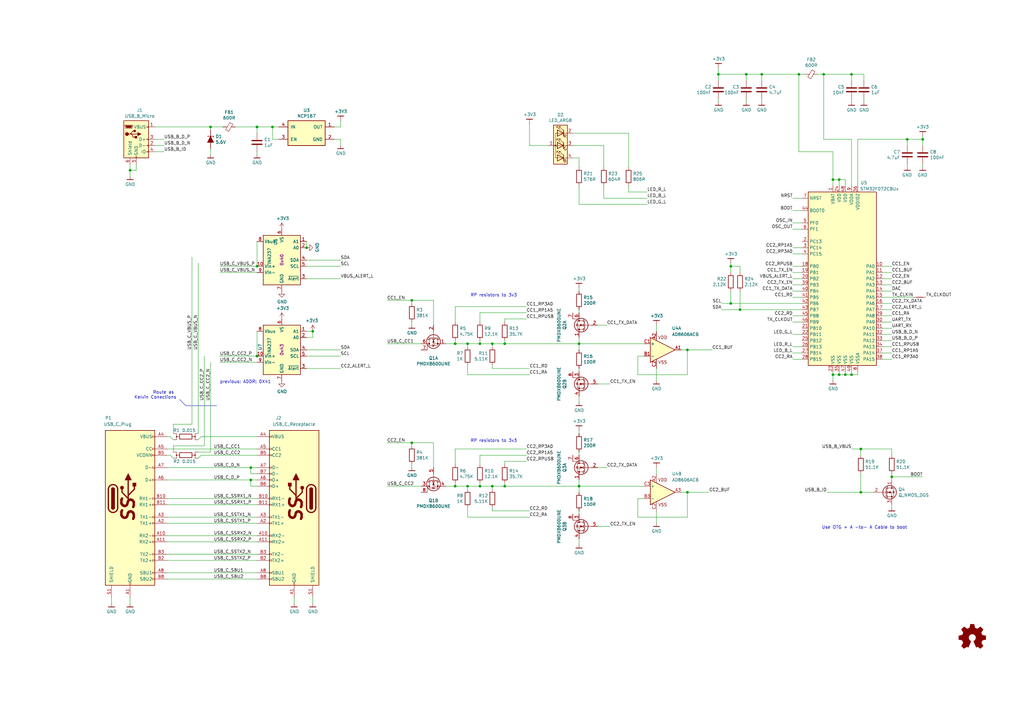
<source format=kicad_sch>
(kicad_sch (version 20230121) (generator eeschema)
  (paper "A3")
  (title_block (title "ClockClock Module") (date "2019-03-23") (rev "r0_1") (company "GsD"))
  (junction (at 168.91 123.19))
  (junction (at 303.53 127))
  (junction (at 201.93 140.97))
  (junction (at 349.25 30.48))
  (junction (at 237.49 140.97))
  (junction (at 341.63 73.66))
  (junction (at 53.34 69.85))
  (junction (at 281.94 143.51))
  (junction (at 306.07 30.48))
  (junction (at 327.66 30.48))
  (junction (at 168.91 181.61))
  (junction (at 201.93 199.39))
  (junction (at 341.63 153.67))
  (junction (at 102.87 196.85))
  (junction (at 344.17 73.66))
  (junction (at 299.72 124.46))
  (junction (at 372.11 57.15))
  (junction (at 281.94 201.93))
  (junction (at 346.71 153.67))
  (junction (at 337.82 30.48))
  (junction (at 111.76 52.07))
  (junction (at 353.06 184.15))
  (junction (at 353.06 201.93))
  (junction (at 312.42 30.48))
  (junction (at 102.87 191.77))
  (junction (at 365.76 195.58))
  (junction (at 128.27 135.89))
  (junction (at 196.85 199.39))
  (junction (at 349.25 153.67))
  (junction (at 344.17 153.67))
  (junction (at 105.41 146.05))
  (junction (at 378.46 57.15))
  (junction (at 299.72 109.22))
  (junction (at 207.01 199.39))
  (junction (at 125.73 101.6))
  (junction (at 86.36 52.07))
  (junction (at 191.77 199.39))
  (junction (at 237.49 199.39))
  (junction (at 105.41 109.22))
  (junction (at 196.85 140.97))
  (junction (at 186.69 199.39))
  (junction (at 294.64 30.48))
  (junction (at 207.01 140.97))
  (junction (at 105.41 52.07))
  (junction (at 191.77 140.97))
  (junction (at 186.69 140.97))
  (wire (pts (xy 351.79 57.15) (xy 351.79 76.2)))
  (wire (pts (xy 279.4 201.93) (xy 281.94 201.93)))
  (wire (pts (xy 201.93 149.86) (xy 201.93 151.13)))
  (wire (pts (xy 125.73 101.6) (xy 125.73 99.06)))
  (wire (pts (xy 125.73 151.13) (xy 139.7 151.13)))
  (wire (pts (xy 344.17 153.67) (xy 341.63 153.67)))
  (wire (pts (xy 71.12 182.88) (xy 71.12 185.42)))
  (wire (pts (xy 69.85 186.69) (xy 71.12 187.96)))
  (wire (pts (xy 201.93 151.13) (xy 217.17 151.13)))
  (wire (pts (xy 237.49 162.56) (xy 237.49 165.1)))
  (wire (pts (xy 168.91 133.35) (xy 168.91 132.08)))
  (wire (pts (xy 69.85 186.69) (xy 68.58 186.69)))
  (wire (pts (xy 196.85 140.97) (xy 201.93 140.97)))
  (wire (pts (xy 299.72 124.46) (xy 295.91 124.46)))
  (wire (pts (xy 186.69 184.15) (xy 215.9 184.15)))
  (wire (pts (xy 168.91 123.19) (xy 158.75 123.19)))
  (wire (pts (xy 168.91 123.19) (xy 177.8 123.19)))
  (wire (pts (xy 328.93 142.24) (xy 325.12 142.24)))
  (wire (pts (xy 191.77 149.86) (xy 191.77 153.67)))
  (polyline (pts (xy 76.2 166.37) (xy 88.9 166.37)))
  (wire (pts (xy 68.58 227.33) (xy 105.41 227.33)))
  (wire (pts (xy 191.77 212.09) (xy 217.17 212.09)))
  (wire (pts (xy 257.81 54.61) (xy 257.81 68.58)))
  (wire (pts (xy 306.07 40.64) (xy 306.07 41.91)))
  (wire (pts (xy 341.63 152.4) (xy 341.63 153.67)))
  (wire (pts (xy 346.71 153.67) (xy 344.17 153.67)))
  (wire (pts (xy 68.58 234.95) (xy 105.41 234.95)))
  (wire (pts (xy 245.11 215.9) (xy 250.19 215.9)))
  (wire (pts (xy 96.52 52.07) (xy 105.41 52.07)))
  (wire (pts (xy 299.72 111.76) (xy 299.72 109.22)))
  (wire (pts (xy 353.06 184.15) (xy 349.25 184.15)))
  (wire (pts (xy 281.94 143.51) (xy 292.1 143.51)))
  (wire (pts (xy 328.93 86.36) (xy 325.12 86.36)))
  (wire (pts (xy 125.73 143.51) (xy 139.7 143.51)))
  (wire (pts (xy 105.41 135.89) (xy 105.41 146.05)))
  (wire (pts (xy 186.69 125.73) (xy 215.9 125.73)))
  (wire (pts (xy 372.11 67.31) (xy 372.11 68.58)))
  (wire (pts (xy 328.93 127) (xy 303.53 127)))
  (wire (pts (xy 68.58 207.01) (xy 105.41 207.01)))
  (wire (pts (xy 207.01 132.08) (xy 207.01 130.81)))
  (wire (pts (xy 55.88 69.85) (xy 53.34 69.85)))
  (wire (pts (xy 328.93 121.92) (xy 325.12 121.92)))
  (wire (pts (xy 361.95 144.78) (xy 365.76 144.78)))
  (wire (pts (xy 281.94 212.09) (xy 281.94 201.93)))
  (wire (pts (xy 71.12 177.8) (xy 71.12 173.99)))
  (wire (pts (xy 237.49 143.51) (xy 237.49 140.97)))
  (wire (pts (xy 128.27 138.43) (xy 128.27 135.89)))
  (wire (pts (xy 128.27 245.11) (xy 128.27 247.65)))
  (wire (pts (xy 237.49 76.2) (xy 237.49 83.82)))
  (wire (pts (xy 328.93 91.44) (xy 325.12 91.44)))
  (wire (pts (xy 312.42 30.48) (xy 306.07 30.48)))
  (wire (pts (xy 207.01 130.81) (xy 215.9 130.81)))
  (wire (pts (xy 328.93 114.3) (xy 325.12 114.3)))
  (wire (pts (xy 281.94 153.67) (xy 281.94 143.51)))
  (wire (pts (xy 361.95 137.16) (xy 365.76 137.16)))
  (wire (pts (xy 186.69 190.5) (xy 186.69 184.15)))
  (wire (pts (xy 53.34 67.31) (xy 53.34 69.85)))
  (wire (pts (xy 237.49 220.98) (xy 237.49 223.52)))
  (wire (pts (xy 344.17 76.2) (xy 344.17 73.66)))
  (wire (pts (xy 294.64 30.48) (xy 294.64 27.94)))
  (wire (pts (xy 344.17 152.4) (xy 344.17 153.67)))
  (wire (pts (xy 337.82 30.48) (xy 335.28 30.48)))
  (wire (pts (xy 191.77 208.28) (xy 191.77 212.09)))
  (wire (pts (xy 168.91 182.88) (xy 168.91 181.61)))
  (wire (pts (xy 63.5 59.69) (xy 67.31 59.69)))
  (wire (pts (xy 237.49 199.39) (xy 237.49 196.85)))
  (wire (pts (xy 68.58 204.47) (xy 105.41 204.47)))
  (wire (pts (xy 207.01 190.5) (xy 207.01 189.23)))
  (wire (pts (xy 196.85 199.39) (xy 201.93 199.39)))
  (wire (pts (xy 349.25 30.48) (xy 337.82 30.48)))
  (wire (pts (xy 86.36 53.34) (xy 86.36 52.07)))
  (wire (pts (xy 182.88 199.39) (xy 186.69 199.39)))
  (wire (pts (xy 177.8 123.19) (xy 177.8 133.35)))
  (wire (pts (xy 269.24 194.31) (xy 269.24 191.77)))
  (wire (pts (xy 82.55 179.07) (xy 81.28 180.34)))
  (wire (pts (xy 365.76 196.85) (xy 365.76 195.58)))
  (wire (pts (xy 168.91 191.77) (xy 168.91 190.5)))
  (wire (pts (xy 81.28 177.8) (xy 81.28 107.95)))
  (wire (pts (xy 207.01 140.97) (xy 237.49 140.97)))
  (wire (pts (xy 217.17 59.69) (xy 217.17 50.8)))
  (wire (pts (xy 245.11 157.48) (xy 250.19 157.48)))
  (wire (pts (xy 261.62 153.67) (xy 281.94 153.67)))
  (wire (pts (xy 114.3 57.15) (xy 111.76 57.15)))
  (wire (pts (xy 68.58 184.15) (xy 105.41 184.15)))
  (wire (pts (xy 69.85 179.07) (xy 71.12 180.34)))
  (wire (pts (xy 120.65 245.11) (xy 120.65 247.65)))
  (wire (pts (xy 234.95 54.61) (xy 257.81 54.61)))
  (wire (pts (xy 361.95 132.08) (xy 365.76 132.08)))
  (wire (pts (xy 312.42 33.02) (xy 312.42 30.48)))
  (wire (pts (xy 68.58 191.77) (xy 102.87 191.77)))
  (wire (pts (xy 81.28 187.96) (xy 82.55 186.69)))
  (wire (pts (xy 349.25 153.67) (xy 346.71 153.67)))
  (wire (pts (xy 191.77 200.66) (xy 191.77 199.39)))
  (wire (pts (xy 328.93 93.98) (xy 325.12 93.98)))
  (wire (pts (xy 328.93 101.6) (xy 325.12 101.6)))
  (wire (pts (xy 294.64 33.02) (xy 294.64 30.48)))
  (wire (pts (xy 346.71 152.4) (xy 346.71 153.67)))
  (wire (pts (xy 257.81 76.2) (xy 257.81 78.74)))
  (wire (pts (xy 351.79 152.4) (xy 351.79 153.67)))
  (wire (pts (xy 361.95 139.7) (xy 365.76 139.7)))
  (wire (pts (xy 207.01 139.7) (xy 207.01 140.97)))
  (wire (pts (xy 294.64 40.64) (xy 294.64 41.91)))
  (wire (pts (xy 63.5 62.23) (xy 67.31 62.23)))
  (wire (pts (xy 207.01 189.23) (xy 215.9 189.23)))
  (wire (pts (xy 365.76 195.58) (xy 365.76 194.31)))
  (wire (pts (xy 337.82 57.15) (xy 337.82 30.48)))
  (wire (pts (xy 186.69 199.39) (xy 191.77 199.39)))
  (wire (pts (xy 349.25 33.02) (xy 349.25 30.48)))
  (wire (pts (xy 111.76 52.07) (xy 105.41 52.07)))
  (wire (pts (xy 68.58 222.25) (xy 105.41 222.25)))
  (wire (pts (xy 303.53 127) (xy 295.91 127)))
  (wire (pts (xy 186.69 132.08) (xy 186.69 125.73)))
  (wire (pts (xy 90.17 146.05) (xy 105.41 146.05)))
  (wire (pts (xy 264.16 204.47) (xy 261.62 204.47)))
  (wire (pts (xy 86.36 52.07) (xy 63.5 52.07)))
  (wire (pts (xy 237.49 176.53) (xy 237.49 177.8)))
  (wire (pts (xy 186.69 198.12) (xy 186.69 199.39)))
  (polyline (pts (xy 73.66 163.83) (xy 76.2 166.37)))
  (wire (pts (xy 68.58 229.87) (xy 105.41 229.87)))
  (wire (pts (xy 186.69 140.97) (xy 191.77 140.97)))
  (wire (pts (xy 237.49 210.82) (xy 237.49 209.55)))
  (wire (pts (xy 328.93 119.38) (xy 325.12 119.38)))
  (wire (pts (xy 90.17 148.59) (xy 105.41 148.59)))
  (wire (pts (xy 341.63 76.2) (xy 341.63 73.66)))
  (wire (pts (xy 353.06 201.93) (xy 339.09 201.93)))
  (wire (pts (xy 86.36 148.59) (xy 86.36 185.42)))
  (wire (pts (xy 114.3 52.07) (xy 111.76 52.07)))
  (wire (pts (xy 105.41 199.39) (xy 102.87 199.39)))
  (wire (pts (xy 245.11 191.77) (xy 248.92 191.77)))
  (wire (pts (xy 354.33 40.64) (xy 354.33 41.91)))
  (wire (pts (xy 191.77 199.39) (xy 196.85 199.39)))
  (wire (pts (xy 105.41 62.23) (xy 105.41 63.5)))
  (wire (pts (xy 105.41 194.31) (xy 102.87 194.31)))
  (wire (pts (xy 365.76 208.28) (xy 365.76 207.01)))
  (wire (pts (xy 78.74 173.99) (xy 78.74 105.41)))
  (wire (pts (xy 201.93 199.39) (xy 207.01 199.39)))
  (wire (pts (xy 365.76 184.15) (xy 365.76 186.69)))
  (wire (pts (xy 168.91 124.46) (xy 168.91 123.19)))
  (wire (pts (xy 68.58 196.85) (xy 102.87 196.85)))
  (wire (pts (xy 139.7 52.07) (xy 139.7 49.53)))
  (wire (pts (xy 245.11 133.35) (xy 248.92 133.35)))
  (wire (pts (xy 68.58 219.71) (xy 105.41 219.71)))
  (wire (pts (xy 247.65 76.2) (xy 247.65 81.28)))
  (wire (pts (xy 341.63 153.67) (xy 341.63 156.21)))
  (wire (pts (xy 128.27 135.89) (xy 125.73 135.89)))
  (wire (pts (xy 201.93 208.28) (xy 201.93 209.55)))
  (wire (pts (xy 341.63 73.66) (xy 341.63 62.23)))
  (wire (pts (xy 125.73 106.68) (xy 139.7 106.68)))
  (wire (pts (xy 63.5 57.15) (xy 67.31 57.15)))
  (wire (pts (xy 328.93 124.46) (xy 299.72 124.46)))
  (wire (pts (xy 361.95 114.3) (xy 365.76 114.3)))
  (wire (pts (xy 341.63 62.23) (xy 327.66 62.23)))
  (wire (pts (xy 237.49 127) (xy 237.49 128.27)))
  (wire (pts (xy 312.42 40.64) (xy 312.42 41.91)))
  (wire (pts (xy 234.95 64.77) (xy 237.49 64.77)))
  (wire (pts (xy 68.58 214.63) (xy 105.41 214.63)))
  (wire (pts (xy 328.93 137.16) (xy 325.12 137.16)))
  (wire (pts (xy 344.17 73.66) (xy 341.63 73.66)))
  (wire (pts (xy 354.33 30.48) (xy 349.25 30.48)))
  (wire (pts (xy 237.49 152.4) (xy 237.49 151.13)))
  (wire (pts (xy 137.16 52.07) (xy 139.7 52.07)))
  (wire (pts (xy 168.91 181.61) (xy 158.75 181.61)))
  (wire (pts (xy 361.95 142.24) (xy 365.76 142.24)))
  (wire (pts (xy 207.01 199.39) (xy 237.49 199.39)))
  (wire (pts (xy 328.93 129.54) (xy 325.12 129.54)))
  (wire (pts (xy 328.93 116.84) (xy 325.12 116.84)))
  (wire (pts (xy 349.25 152.4) (xy 349.25 153.67)))
  (wire (pts (xy 237.49 83.82) (xy 265.43 83.82)))
  (wire (pts (xy 90.17 111.76) (xy 105.41 111.76)))
  (wire (pts (xy 105.41 54.61) (xy 105.41 52.07)))
  (wire (pts (xy 237.49 185.42) (xy 237.49 186.69)))
  (wire (pts (xy 269.24 151.13) (xy 269.24 156.21)))
  (wire (pts (xy 303.53 109.22) (xy 299.72 109.22)))
  (wire (pts (xy 361.95 111.76) (xy 365.76 111.76)))
  (wire (pts (xy 261.62 212.09) (xy 281.94 212.09)))
  (wire (pts (xy 349.25 40.64) (xy 349.25 41.91)))
  (wire (pts (xy 361.95 127) (xy 365.76 127)))
  (wire (pts (xy 247.65 81.28) (xy 265.43 81.28)))
  (wire (pts (xy 69.85 179.07) (xy 68.58 179.07)))
  (wire (pts (xy 128.27 138.43) (xy 125.73 138.43)))
  (wire (pts (xy 86.36 60.96) (xy 86.36 63.5)))
  (wire (pts (xy 55.88 67.31) (xy 55.88 69.85)))
  (wire (pts (xy 361.95 116.84) (xy 365.76 116.84)))
  (wire (pts (xy 237.49 140.97) (xy 237.49 138.43)))
  (wire (pts (xy 125.73 114.3) (xy 139.7 114.3)))
  (wire (pts (xy 361.95 121.92) (xy 374.65 121.92)))
  (wire (pts (xy 353.06 186.69) (xy 353.06 184.15)))
  (wire (pts (xy 306.07 30.48) (xy 294.64 30.48)))
  (wire (pts (xy 177.8 181.61) (xy 177.8 191.77)))
  (wire (pts (xy 105.41 179.07) (xy 82.55 179.07)))
  (wire (pts (xy 261.62 146.05) (xy 261.62 153.67)))
  (wire (pts (xy 328.93 109.22) (xy 325.12 109.22)))
  (wire (pts (xy 201.93 209.55) (xy 217.17 209.55)))
  (wire (pts (xy 372.11 57.15) (xy 351.79 57.15)))
  (wire (pts (xy 261.62 204.47) (xy 261.62 212.09)))
  (wire (pts (xy 191.77 153.67) (xy 217.17 153.67)))
  (wire (pts (xy 372.11 59.69) (xy 372.11 57.15)))
  (wire (pts (xy 299.72 109.22) (xy 299.72 107.95)))
  (wire (pts (xy 257.81 78.74) (xy 265.43 78.74)))
  (wire (pts (xy 346.71 73.66) (xy 344.17 73.66)))
  (wire (pts (xy 224.79 59.69) (xy 217.17 59.69)))
  (wire (pts (xy 237.49 140.97) (xy 264.16 140.97)))
  (wire (pts (xy 83.82 146.05) (xy 83.82 182.88)))
  (wire (pts (xy 186.69 139.7) (xy 186.69 140.97)))
  (wire (pts (xy 201.93 200.66) (xy 201.93 199.39)))
  (wire (pts (xy 102.87 196.85) (xy 105.41 196.85)))
  (wire (pts (xy 327.66 30.48) (xy 330.2 30.48)))
  (wire (pts (xy 349.25 76.2) (xy 349.25 57.15)))
  (wire (pts (xy 207.01 198.12) (xy 207.01 199.39)))
  (wire (pts (xy 137.16 57.15) (xy 139.7 57.15)))
  (wire (pts (xy 353.06 184.15) (xy 365.76 184.15)))
  (wire (pts (xy 269.24 209.55) (xy 269.24 214.63)))
  (wire (pts (xy 247.65 59.69) (xy 247.65 68.58)))
  (wire (pts (xy 81.28 185.42) (xy 86.36 185.42)))
  (wire (pts (xy 281.94 201.93) (xy 290.83 201.93)))
  (wire (pts (xy 328.93 104.14) (xy 325.12 104.14)))
  (wire (pts (xy 361.95 134.62) (xy 365.76 134.62)))
  (wire (pts (xy 361.95 129.54) (xy 365.76 129.54)))
  (wire (pts (xy 191.77 140.97) (xy 196.85 140.97)))
  (wire (pts (xy 201.93 142.24) (xy 201.93 140.97)))
  (wire (pts (xy 172.72 140.97) (xy 158.75 140.97)))
  (wire (pts (xy 303.53 111.76) (xy 303.53 109.22)))
  (wire (pts (xy 196.85 198.12) (xy 196.85 199.39)))
  (wire (pts (xy 328.93 147.32) (xy 325.12 147.32)))
  (wire (pts (xy 168.91 181.61) (xy 177.8 181.61)))
  (wire (pts (xy 125.73 109.22) (xy 139.7 109.22)))
  (wire (pts (xy 328.93 81.28) (xy 325.12 81.28)))
  (wire (pts (xy 182.88 140.97) (xy 186.69 140.97)))
  (wire (pts (xy 105.41 99.06) (xy 105.41 109.22)))
  (wire (pts (xy 365.76 195.58) (xy 378.46 195.58)))
  (wire (pts (xy 378.46 67.31) (xy 378.46 68.58)))
  (wire (pts (xy 361.95 109.22) (xy 365.76 109.22)))
  (wire (pts (xy 82.55 186.69) (xy 105.41 186.69)))
  (wire (pts (xy 68.58 237.49) (xy 105.41 237.49)))
  (wire (pts (xy 102.87 191.77) (xy 105.41 191.77)))
  (wire (pts (xy 191.77 142.24) (xy 191.77 140.97)))
  (wire (pts (xy 351.79 153.67) (xy 349.25 153.67)))
  (wire (pts (xy 361.95 147.32) (xy 365.76 147.32)))
  (wire (pts (xy 306.07 33.02) (xy 306.07 30.48)))
  (wire (pts (xy 361.95 124.46) (xy 365.76 124.46)))
  (wire (pts (xy 71.12 182.88) (xy 83.82 182.88)))
  (wire (pts (xy 68.58 212.09) (xy 105.41 212.09)))
  (wire (pts (xy 111.76 57.15) (xy 111.76 52.07)))
  (wire (pts (xy 358.14 201.93) (xy 353.06 201.93)))
  (wire (pts (xy 327.66 62.23) (xy 327.66 30.48)))
  (wire (pts (xy 91.44 52.07) (xy 86.36 52.07)))
  (wire (pts (xy 269.24 135.89) (xy 269.24 133.35)))
  (wire (pts (xy 196.85 139.7) (xy 196.85 140.97)))
  (wire (pts (xy 53.34 69.85) (xy 53.34 72.39)))
  (wire (pts (xy 349.25 57.15) (xy 337.82 57.15)))
  (wire (pts (xy 312.42 30.48) (xy 327.66 30.48)))
  (wire (pts (xy 102.87 194.31) (xy 102.87 191.77)))
  (wire (pts (xy 125.73 146.05) (xy 139.7 146.05)))
  (wire (pts (xy 303.53 119.38) (xy 303.53 127)))
  (wire (pts (xy 90.17 109.22) (xy 105.41 109.22)))
  (wire (pts (xy 328.93 111.76) (xy 325.12 111.76)))
  (wire (pts (xy 102.87 199.39) (xy 102.87 196.85)))
  (wire (pts (xy 71.12 173.99) (xy 78.74 173.99)))
  (wire (pts (xy 196.85 128.27) (xy 215.9 128.27)))
  (wire (pts (xy 237.49 201.93) (xy 237.49 199.39)))
  (wire (pts (xy 196.85 190.5) (xy 196.85 186.69)))
  (wire (pts (xy 139.7 57.15) (xy 139.7 59.69)))
  (wire (pts (xy 299.72 119.38) (xy 299.72 124.46)))
  (wire (pts (xy 378.46 59.69) (xy 378.46 57.15)))
  (wire (pts (xy 346.71 76.2) (xy 346.71 73.66)))
  (wire (pts (xy 234.95 59.69) (xy 247.65 59.69)))
  (wire (pts (xy 279.4 143.51) (xy 281.94 143.51)))
  (wire (pts (xy 237.49 64.77) (xy 237.49 68.58)))
  (wire (pts (xy 172.72 199.39) (xy 158.75 199.39)))
  (wire (pts (xy 196.85 186.69) (xy 215.9 186.69)))
  (wire (pts (xy 361.95 119.38) (xy 365.76 119.38)))
  (wire (pts (xy 372.11 57.15) (xy 378.46 57.15)))
  (wire (pts (xy 264.16 146.05) (xy 261.62 146.05)))
  (wire (pts (xy 53.34 245.11) (xy 53.34 247.65)))
  (wire (pts (xy 354.33 33.02) (xy 354.33 30.48)))
  (wire (pts (xy 328.93 132.08) (xy 325.12 132.08)))
  (wire (pts (xy 328.93 144.78) (xy 325.12 144.78)))
  (wire (pts (xy 237.49 118.11) (xy 237.49 119.38)))
  (wire (pts (xy 201.93 140.97) (xy 207.01 140.97)))
  (wire (pts (xy 196.85 132.08) (xy 196.85 128.27)))
  (wire (pts (xy 45.72 245.11) (xy 45.72 247.65)))
  (wire (pts (xy 353.06 194.31) (xy 353.06 201.93)))
  (wire (pts (xy 237.49 199.39) (xy 264.16 199.39)))
  (wire (pts (xy 378.46 57.15) (xy 378.46 55.88)))
  (text "RP resistors to 3v3" (at 212.09 121.92 0) (effects (font (size 1.27 1.27)) (justify right bottom)))
  (text "Route as \nKelvin Conections" (at 72.39 163.83 0) (effects (font (size 1.27 1.27)) (justify right bottom)))
  (text "Use OTG + A -to- A Cable to boot" (at 372.11 217.17 0) (effects (font (size 1.27 1.27)) (justify right bottom)))
  (text "previous: ADDR: 0X41\n" (at 90.17 157.48 0) (effects (font (size 1.27 1.27)) (justify left bottom)))
  (text "RP resistors to 3v3" (at 212.09 181.61 0) (effects (font (size 1.27 1.27)) (justify right bottom)))
  (label "USB_B_ID" (at 67.31 62.23 0))
  (label "USB_C_SSRX2_P" (at 87.63 222.25 0))
  (label "CC2_BUF" (at 365.76 116.84 0))
  (label "USB_C_CC2_P" (at 90.17 146.05 0))
  (label "CC1_TX_EN" (at 250.19 157.48 0))
  (label "LED_R_L" (at 265.43 78.74 0))
  (label "CC1_RP1A5" (at 215.9 128.27 0))
  (label "USB_C_VBUS_N" (at 81.28 143.51 90))
  (label "CC1_RD" (at 217.17 151.13 0))
  (label "USB_C_VBUS_P" (at 90.17 109.22 0))
  (label "CC1_RPUSB" (at 365.76 142.24 0))
  (label "USB_B_D_P" (at 365.76 139.7 0))
  (label "BOOT" (at 378.46 195.58 180))
  (label "USB_C_CC1" (at 158.75 140.97 0))
  (label "CC1_BUF" (at 365.76 111.76 0))
  (label "USB_C_SSTX2_N" (at 87.63 227.33 0))
  (label "UART_TX" (at 365.76 132.08 0))
  (label "USB_C_SBU2" (at 87.63 237.49 0))
  (label "USB_C_CC2" (at 87.63 186.69 0))
  (label "CC2_EN" (at 365.76 114.3 0))
  (label "CC2_RPUSB" (at 215.9 189.23 0))
  (label "CC2_ALERT_L" (at 139.7 151.13 0))
  (label "CC1_RP3A0" (at 215.9 125.73 0))
  (label "SCL" (at 295.91 124.46 180))
  (label "USB_C_D_N" (at 87.63 191.77 0))
  (label "CC2_RD" (at 325.12 129.54 180))
  (label "VBUS_ALERT_L" (at 325.12 114.3 180))
  (label "CC2_EN" (at 158.75 181.61 0))
  (label "CC1_EN" (at 365.76 109.22 0))
  (label "OSC_OUT" (at 325.12 93.98 180))
  (label "CC1_TX_DATA" (at 325.12 119.38 180))
  (label "DAC" (at 365.76 119.38 0))
  (label "USB_B_VBUS" (at 349.25 184.15 180))
  (label "TX_CLKIN" (at 365.76 121.92 0))
  (label "CC1_TX_EN" (at 325.12 111.76 180))
  (label "USB_C_CC2_N" (at 86.36 151.13 270))
  (label "BOOT" (at 325.12 86.36 180))
  (label "USB_B_D_N" (at 67.31 59.69 0))
  (label "CC2_TX_EN" (at 325.12 116.84 180))
  (label "CC2_TX_DATA" (at 248.92 191.77 0))
  (label "CC1_EN" (at 158.75 123.19 0))
  (label "USB_C_VBUS_P" (at 78.74 143.51 90))
  (label "USB_C_SSRX2_N" (at 87.63 219.71 0))
  (label "CC2_RPUSB" (at 325.12 109.22 180))
  (label "SCL" (at 139.7 146.05 0))
  (label "LED_G_L" (at 265.43 83.82 0))
  (label "USB_C_SSRX1_N" (at 87.63 204.47 0))
  (label "SDA" (at 139.7 143.51 0))
  (label "USB_C_SSTX1_N" (at 87.63 212.09 0))
  (label "USB_C_CC1" (at 87.63 184.15 0))
  (label "CC2_RP1A5" (at 325.12 101.6 180))
  (label "CC2_RD" (at 217.17 209.55 0))
  (label "LED_G_L" (at 325.12 137.16 180))
  (label "USB_B_ID" (at 339.09 201.93 180))
  (label "UART_RX" (at 365.76 134.62 0))
  (label "OSC_IN" (at 325.12 91.44 180))
  (label "CC2_RA" (at 217.17 212.09 0))
  (label "LED_B_L" (at 265.43 81.28 0))
  (label "CC2_RA" (at 325.12 147.32 180))
  (label "CC2_TX_DATA" (at 365.76 124.46 0))
  (label "USB_C_CC2_N" (at 90.17 148.59 0))
  (label "TX_CLKOUT" (at 379.73 121.92 0))
  (label "CC1_RA" (at 217.17 153.67 0))
  (label "CC1_RA" (at 365.76 129.54 0))
  (label "USB_C_D_P" (at 87.63 196.85 0))
  (label "VBUS_ALERT_L" (at 139.7 114.3 0))
  (label "LED_R_L" (at 325.12 142.24 180))
  (label "USB_B_D_N" (at 365.76 137.16 0))
  (label "USB_C_SSTX2_P" (at 87.63 229.87 0))
  (label "CC1_TX_DATA" (at 248.92 133.35 0))
  (label "USB_C_SSTX1_P" (at 87.63 214.63 0))
  (label "SDA" (at 295.91 127 180))
  (label "TX_CLKOUT" (at 325.12 132.08 180))
  (label "CC1_RD" (at 325.12 121.92 180))
  (label "USB_C_SSRX1_P" (at 87.63 207.01 0))
  (label "CC2_TX_EN" (at 250.19 215.9 0))
  (label "CC2_RP3A0" (at 215.9 184.15 0))
  (label "CC1_BUF" (at 292.1 143.51 0))
  (label "LED_B_L" (at 325.12 144.78 180))
  (label "CC2_RP1A5" (at 215.9 186.69 0))
  (label "SCL" (at 139.7 109.22 0))
  (label "USB_C_SBU1" (at 87.63 234.95 0))
  (label "CC2_BUF" (at 290.83 201.93 0))
  (label "USB_C_VBUS_N" (at 90.17 111.76 0))
  (label "USB_B_D_P" (at 67.31 57.15 0))
  (label "CC2_ALERT_L" (at 365.76 127 0))
  (label "USB_C_CC2_P" (at 83.82 151.13 270))
  (label "CC1_RP1A5" (at 365.76 144.78 0))
  (label "NRST" (at 325.12 81.28 180))
  (label "USB_C_CC2" (at 158.75 199.39 0))
  (label "CC2_RP3A0" (at 325.12 104.14 180))
  (label "SDA" (at 139.7 106.68 0))
  (label "CC1_RPUSB" (at 215.9 130.81 0))
  (label "CC1_RP3A0" (at 365.76 147.32 0))
  (symbol (lib_id "FreshTwinkie-rescue:USB_C_Plug-Connector") (at 53.34 204.47 0) (unit 1)
    (property "Reference" "P1" (at 44.45 171.45 0))
    (property "Value" "USB_C_Plug" (at 48.26 173.99 0))
    (property "Footprint" "Connector_USB:USB_C_Plug_Molex_105444" (effects hide))
    (property "Datasheet" "https://www.usb.org/sites/default/files/documents/usb_type-c.zip" (effects hide))
    (property "Mfg" "Wurth Electronics Inc." (effects hide))
    (property "PN" "632712000021" (effects hide))
  )
  (symbol (lib_id "FreshTwinkie-rescue:USB_C_Receptacle-Connector") (at 120.65 204.47 0) (mirror y) (unit 1)
    (property "Reference" "J2" (at 113.03 171.45 0) (effects (justify right)))
    (property "Value" "USB_C_Receptacle" (at 111.76 173.99 0) (effects (justify right)))
    (property "Footprint" "Connector_USB:USB_C_Receptacle_Amphenol_12401610E4-2A" (effects hide))
    (property "Datasheet" "https://www.usb.org/sites/default/files/documents/usb_type-c.zip" (effects hide))
    (property "PN" "12401610E4#2A" (effects hide))
    (property "Mfg" "Amphenol ICC (Commercial Products)" (effects hide))
  )
  (symbol (lib_id "FreshTwinkie-rescue:AD8606ACB-gkl_misc") (at 271.78 143.51 0) (unit 1)
    (property "Reference" "U4" (at 275.59 134.62 0) (effects (justify left)))
    (property "Value" "AD8606ACB" (at 275.59 137.16 0) (effects (justify left)))
    (property "Footprint" "gkl_housings_bga:WLCSP-8 3X3_0.5" (effects hide))
    (property "Datasheet" "https://www.analog.com/media/en/technical-documentation/data-sheets/AD8605_8606_8608.pdf" (effects hide))
    (property "PN" "AD8606ACBZ-REEL7" (effects hide))
    (property "Mfg" "Analog Devices Inc." (effects hide))
  )
  (symbol (lib_id "FreshTwinkie-rescue:AD8606ACB-gkl_misc") (at 271.78 201.93 0) (unit 2)
    (property "Reference" "U4" (at 275.59 194.31 0) (effects (justify left)))
    (property "Value" "AD8606ACB" (at 275.59 196.85 0) (effects (justify left)))
    (property "Footprint" "gkl_housings_bga:WLCSP-8 3X3_0.5" (effects hide))
    (property "Datasheet" "https://www.analog.com/media/en/technical-documentation/data-sheets/AD8605_8606_8608.pdf" (effects hide))
    (property "PN" "AD8606ACBZ-REEL7" (effects hide))
    (property "Mfg" "Analog Devices Inc." (effects hide))
  )
  (symbol (lib_id "FreshTwinkie-rescue:PMDXB600UNE-gkl_mosfet") (at 177.8 138.43 90) (mirror x) (unit 1)
    (property "Reference" "Q1" (at 177.8 146.8882 90))
    (property "Value" "PMDXB600UNE" (at 177.8 149.1996 90))
    (property "Footprint" "gkl_housings_qfn:DFN1010B-6 (SOT1216)" (effects hide))
    (property "Datasheet" "https://assets.nexperia.com/documents/data-sheet/PMDXB600UNE.pdf" (effects hide))
    (property "PN" "PMDXB600UNEZ" (effects hide))
    (property "Mfg" "Nexperia USA Inc." (effects hide))
  )
  (symbol (lib_id "FreshTwinkie-rescue:PMDXB600UNE-gkl_mosfet") (at 177.8 196.85 90) (mirror x) (unit 2)
    (property "Reference" "Q1" (at 177.8 205.3082 90))
    (property "Value" "PMDXB600UNE" (at 177.8 207.6196 90))
    (property "Footprint" "gkl_housings_qfn:DFN1010B-6 (SOT1216)" (effects hide))
    (property "Datasheet" "https://assets.nexperia.com/documents/data-sheet/PMDXB600UNE.pdf" (effects hide))
    (property "PN" "PMDXB600UNEZ" (effects hide))
    (property "Mfg" "Nexperia USA Inc." (effects hide))
  )
  (symbol (lib_id "FreshTwinkie-rescue:GND-gkl_power") (at 45.72 247.65 0) (unit 1)
    (property "Reference" "#PWR0101" (effects hide))
    (property "Value" "GND" (at 45.7962 250.8504 0))
  )
  (symbol (lib_id "FreshTwinkie-rescue:GND-gkl_power") (at 53.34 247.65 0) (unit 1)
    (property "Reference" "#PWR0102" (effects hide))
    (property "Value" "GND" (at 53.4162 250.8504 0))
  )
  (symbol (lib_id "FreshTwinkie-rescue:GND-gkl_power") (at 120.65 247.65 0) (unit 1)
    (property "Reference" "#PWR0103" (effects hide))
    (property "Value" "GND" (at 120.7262 250.8504 0))
  )
  (symbol (lib_id "FreshTwinkie-rescue:GND-gkl_power") (at 128.27 247.65 0) (unit 1)
    (property "Reference" "#PWR0104" (effects hide))
    (property "Value" "GND" (at 128.3462 250.8504 0))
  )
  (symbol (lib_id "FreshTwinkie-rescue:4W_R-gkl_misc") (at 76.2 186.69 90) (mirror x) (unit 1)
    (property "Reference" "R2" (at 72.39 189.23 90))
    (property "Value" "0.015" (at 77.47 189.23 90))
    (property "Footprint" "gkl_dipol:4W_R_1206" (effects hide))
    (property "Mfg" "Vishay Dale" (effects hide))
    (property "PN" "WSK1206R0150FEA18" (effects hide))
  )
  (symbol (lib_id "FreshTwinkie-rescue:4W_R-gkl_misc") (at 76.2 179.07 270) (unit 1)
    (property "Reference" "R1" (at 72.39 176.53 90))
    (property "Value" "0.015" (at 77.47 176.53 90))
    (property "Footprint" "gkl_dipol:4W_R_1206" (effects hide))
    (property "Mfg" "Vishay Dale" (effects hide))
    (property "PN" "WSK1206R0150FEA18" (effects hide))
  )
  (symbol (lib_id "Device:R") (at 168.91 128.27 0) (unit 1)
    (property "Reference" "R3" (at 170.688 127.1016 0) (effects (justify left)))
    (property "Value" "381K" (at 170.688 129.413 0) (effects (justify left)))
    (property "Footprint" "gkl_dipol:R_0201" (effects hide))
    (property "PN" "RC0201FR-07383KL" (effects hide))
    (property "Mfg" "Yageo" (effects hide))
  )
  (symbol (lib_id "FreshTwinkie-rescue:GND-gkl_power") (at 168.91 133.35 0) (unit 1)
    (property "Reference" "#PWR0105" (effects hide))
    (property "Value" "GND" (at 168.9862 136.5504 0))
  )
  (symbol (lib_id "Device:R") (at 186.69 135.89 0) (unit 1)
    (property "Reference" "R5" (at 188.468 134.7216 0) (effects (justify left)))
    (property "Value" "4.75K" (at 188.468 137.033 0) (effects (justify left)))
    (property "Footprint" "gkl_dipol:R_0201" (effects hide))
    (property "PN" "RC0201FR-074K75L" (effects hide))
    (property "Mfg" "Yageo" (effects hide))
  )
  (symbol (lib_id "Device:R") (at 196.85 135.89 0) (unit 1)
    (property "Reference" "R9" (at 198.628 134.7216 0) (effects (justify left)))
    (property "Value" "12.1K" (at 198.628 137.033 0) (effects (justify left)))
    (property "Footprint" "gkl_dipol:R_0201" (effects hide))
    (property "PN" "RC0201FR-0712K1L" (effects hide))
    (property "Mfg" "Yageo" (effects hide))
  )
  (symbol (lib_id "Device:R") (at 207.01 135.89 0) (unit 1)
    (property "Reference" "R13" (at 208.788 134.7216 0) (effects (justify left)))
    (property "Value" "35.7K" (at 208.788 137.033 0) (effects (justify left)))
    (property "Footprint" "gkl_dipol:R_0201" (effects hide))
    (property "PN" "RC0201FR-0735K7L" (effects hide))
    (property "Mfg" "Yageo" (effects hide))
  )
  (symbol (lib_id "Device:R") (at 191.77 146.05 0) (mirror x) (unit 1)
    (property "Reference" "R7" (at 189.992 144.8816 0) (effects (justify right)))
    (property "Value" "1K" (at 189.992 147.193 0) (effects (justify right)))
    (property "Footprint" "gkl_dipol:R_0201" (effects hide))
    (property "PN" "RC0201FR-071KL" (effects hide))
    (property "Mfg" "Yageo" (effects hide))
  )
  (symbol (lib_id "Device:R") (at 201.93 146.05 0) (mirror x) (unit 1)
    (property "Reference" "R11" (at 200.1774 144.8816 0) (effects (justify right)))
    (property "Value" "5.11K" (at 200.1774 147.193 0) (effects (justify right)))
    (property "Footprint" "gkl_dipol:R_0201" (effects hide))
    (property "PN" "RC0201FR-075K11L" (effects hide))
    (property "Mfg" "Yageo" (effects hide))
  )
  (symbol (lib_id "Device:R") (at 237.49 147.32 0) (unit 1)
    (property "Reference" "R16" (at 239.268 146.1516 0) (effects (justify left)))
    (property "Value" "100R" (at 239.268 148.463 0) (effects (justify left)))
    (property "Footprint" "gkl_dipol:R_0201" (effects hide))
    (property "PN" "RC0201FR-07100RL" (effects hide))
    (property "Mfg" "Yageo" (effects hide))
  )
  (symbol (lib_id "Device:R") (at 237.49 123.19 0) (unit 1)
    (property "Reference" "R15" (at 239.268 122.0216 0) (effects (justify left)))
    (property "Value" "200R" (at 239.268 124.333 0) (effects (justify left)))
    (property "Footprint" "gkl_dipol:R_0201" (effects hide))
    (property "PN" "RC0201FR-07200RL" (effects hide))
    (property "Mfg" "Yageo" (effects hide))
  )
  (symbol (lib_id "FreshTwinkie-rescue:+3V3-gkl_power") (at 237.49 118.11 0) (unit 1)
    (property "Reference" "#PWR0106" (effects hide))
    (property "Value" "+3V3" (at 237.5662 114.2746 0))
  )
  (symbol (lib_id "FreshTwinkie-rescue:GND-gkl_power") (at 237.49 165.1 0) (unit 1)
    (property "Reference" "#PWR0107" (effects hide))
    (property "Value" "GND" (at 237.5662 168.3004 0))
  )
  (symbol (lib_id "FreshTwinkie-rescue:GND-gkl_power") (at 269.24 214.63 0) (unit 1)
    (property "Reference" "#PWR0124" (effects hide))
    (property "Value" "GND" (at 269.3162 217.8304 0))
  )
  (symbol (lib_id "FreshTwinkie-rescue:GND-gkl_power") (at 269.24 156.21 0) (unit 1)
    (property "Reference" "#PWR0125" (effects hide))
    (property "Value" "GND" (at 269.3162 159.4104 0))
  )
  (symbol (lib_id "FreshTwinkie-rescue:+3V3-gkl_power") (at 269.24 133.35 0) (unit 1)
    (property "Reference" "#PWR0126" (effects hide))
    (property "Value" "+3V3" (at 269.3162 129.5146 0))
  )
  (symbol (lib_id "FreshTwinkie-rescue:+3V3-gkl_power") (at 269.24 191.77 0) (unit 1)
    (property "Reference" "#PWR0127" (effects hide))
    (property "Value" "+3V3" (at 269.3162 187.9346 0))
  )
  (symbol (lib_id "Device:R") (at 168.91 186.69 0) (unit 1)
    (property "Reference" "R4" (at 170.688 185.5216 0) (effects (justify left)))
    (property "Value" "381K" (at 170.688 187.833 0) (effects (justify left)))
    (property "Footprint" "gkl_dipol:R_0201" (effects hide))
    (property "PN" "RC0201FR-07383KL" (effects hide))
    (property "Mfg" "Yageo" (effects hide))
  )
  (symbol (lib_id "FreshTwinkie-rescue:GND-gkl_power") (at 168.91 191.77 0) (unit 1)
    (property "Reference" "#PWR0108" (effects hide))
    (property "Value" "GND" (at 168.9862 194.9704 0))
  )
  (symbol (lib_id "Device:R") (at 186.69 194.31 0) (unit 1)
    (property "Reference" "R6" (at 188.468 193.1416 0) (effects (justify left)))
    (property "Value" "4.75K" (at 188.468 195.453 0) (effects (justify left)))
    (property "Footprint" "gkl_dipol:R_0201" (effects hide))
    (property "PN" "RC0201FR-074K75L" (effects hide))
    (property "Mfg" "Yageo" (effects hide))
  )
  (symbol (lib_id "Device:R") (at 196.85 194.31 0) (unit 1)
    (property "Reference" "R10" (at 198.628 193.1416 0) (effects (justify left)))
    (property "Value" "12.1K" (at 198.628 195.453 0) (effects (justify left)))
    (property "Footprint" "gkl_dipol:R_0201" (effects hide))
    (property "PN" "RC0201FR-0712K1L" (effects hide))
    (property "Mfg" "Yageo" (effects hide))
  )
  (symbol (lib_id "Device:R") (at 191.77 204.47 0) (mirror x) (unit 1)
    (property "Reference" "R8" (at 189.992 203.3016 0) (effects (justify right)))
    (property "Value" "1K" (at 189.992 205.613 0) (effects (justify right)))
    (property "Footprint" "gkl_dipol:R_0201" (effects hide))
    (property "PN" "RC0201FR-071KL" (effects hide))
    (property "Mfg" "Yageo" (effects hide))
  )
  (symbol (lib_id "Device:R") (at 201.93 204.47 0) (mirror x) (unit 1)
    (property "Reference" "R12" (at 200.1774 203.3016 0) (effects (justify right)))
    (property "Value" "5.11K" (at 200.1774 205.613 0) (effects (justify right)))
    (property "Footprint" "gkl_dipol:R_0201" (effects hide))
    (property "PN" "RC0201FR-075K11L" (effects hide))
    (property "Mfg" "Yageo" (effects hide))
  )
  (symbol (lib_id "Device:R") (at 207.01 194.31 0) (unit 1)
    (property "Reference" "R14" (at 208.788 193.1416 0) (effects (justify left)))
    (property "Value" "35.7K" (at 208.788 195.453 0) (effects (justify left)))
    (property "Footprint" "gkl_dipol:R_0201" (effects hide))
    (property "PN" "RC0201FR-0735K7L" (effects hide))
    (property "Mfg" "Yageo" (effects hide))
  )
  (symbol (lib_id "Device:R") (at 237.49 205.74 0) (unit 1)
    (property "Reference" "R18" (at 239.268 204.5716 0) (effects (justify left)))
    (property "Value" "100R" (at 239.268 206.883 0) (effects (justify left)))
    (property "Footprint" "gkl_dipol:R_0201" (effects hide))
    (property "PN" "RC0201FR-07100RL" (effects hide))
    (property "Mfg" "Yageo" (effects hide))
  )
  (symbol (lib_id "Device:R") (at 237.49 181.61 0) (unit 1)
    (property "Reference" "R17" (at 239.268 180.4416 0) (effects (justify left)))
    (property "Value" "200R" (at 239.268 182.753 0) (effects (justify left)))
    (property "Footprint" "gkl_dipol:R_0201" (effects hide))
    (property "PN" "RC0201FR-07200RL" (effects hide))
    (property "Mfg" "Yageo" (effects hide))
  )
  (symbol (lib_id "FreshTwinkie-rescue:+3V3-gkl_power") (at 237.49 176.53 0) (unit 1)
    (property "Reference" "#PWR0109" (effects hide))
    (property "Value" "+3V3" (at 237.5662 172.6946 0))
  )
  (symbol (lib_id "FreshTwinkie-rescue:GND-gkl_power") (at 237.49 223.52 0) (unit 1)
    (property "Reference" "#PWR0110" (effects hide))
    (property "Value" "GND" (at 237.5662 226.7204 0))
  )
  (symbol (lib_id "Graphic:Logo_Open_Hardware_Small") (at 398.78 261.62 0) (unit 1)
    (property "Reference" "#LOGO1" (effects hide))
    (property "Value" "Logo_Open_Hardware_Small" (effects hide))
  )
  (symbol (lib_id "FreshTwinkie-rescue:STM32F072CBUx-MCU_ST_STM32F0") (at 346.71 114.3 0) (unit 1)
    (property "Reference" "U5" (at 354.33 74.93 0))
    (property "Value" "STM32F072CBUx" (at 360.68 77.47 0))
    (property "Footprint" "Package_DFN_QFN:QFN-48-1EP_7x7mm_P0.5mm_EP5.6x5.6mm" (effects hide))
    (property "Datasheet" "http://www.st.com/st-web-ui/static/active/en/resource/technical/document/datasheet/DM00090510.pdf" (effects hide))
    (property "Mfg" "STMicroelectronics" (effects hide))
    (property "PN" "STM32F072CBU6" (effects hide))
  )
  (symbol (lib_id "Device:LED_ARGB") (at 229.87 59.69 0) (mirror y) (unit 1)
    (property "Reference" "D2" (at 229.87 47.0662 0))
    (property "Value" "LED_ARGB" (at 229.87 49.3776 0))
    (property "Footprint" "gkl_led:0404LED_RGB" (effects hide))
  )
  (symbol (lib_id "FreshTwinkie-rescue:GND-gkl_power") (at 341.63 156.21 0) (unit 1)
    (property "Reference" "#PWR0111" (effects hide))
    (property "Value" "GND" (at 341.7062 159.4104 0))
  )
  (symbol (lib_id "FreshTwinkie-rescue:+3V3-gkl_power") (at 217.17 50.8 0) (unit 1)
    (property "Reference" "#PWR0129" (effects hide))
    (property "Value" "+3V3" (at 217.2462 46.9646 0))
  )
  (symbol (lib_id "Device:R") (at 237.49 72.39 0) (unit 1)
    (property "Reference" "R21" (at 239.268 71.2216 0) (effects (justify left)))
    (property "Value" "576R" (at 239.268 73.533 0) (effects (justify left)))
    (property "Footprint" "gkl_dipol:R_0201" (effects hide))
    (property "PN" "RC0201FR-07576RL" (effects hide))
    (property "Mfg" "Yageo" (effects hide))
  )
  (symbol (lib_id "Device:R") (at 247.65 72.39 0) (unit 1)
    (property "Reference" "R23" (at 249.428 71.2216 0) (effects (justify left)))
    (property "Value" "604R" (at 249.428 73.533 0) (effects (justify left)))
    (property "Footprint" "gkl_dipol:R_0201" (effects hide))
    (property "PN" "RC0201FR-07604RL" (effects hide))
    (property "Mfg" "Yageo" (effects hide))
  )
  (symbol (lib_id "Device:R") (at 257.81 72.39 0) (unit 1)
    (property "Reference" "R25" (at 259.588 71.2216 0) (effects (justify left)))
    (property "Value" "806R" (at 259.588 73.533 0) (effects (justify left)))
    (property "Footprint" "gkl_dipol:R_0201" (effects hide))
    (property "PN" "RC0201FR-07806RL" (effects hide))
    (property "Mfg" "Yageo" (effects hide))
  )
  (symbol (lib_id "FreshTwinkie-rescue:NCP167-gkl_pmic") (at 125.73 54.61 0) (unit 1)
    (property "Reference" "U3" (at 125.73 45.2628 0))
    (property "Value" "NCP167" (at 125.73 47.5742 0))
    (property "Footprint" "gkl_housings_son:X2SON_4_1.0x1.0mm" (effects hide))
    (property "Mfg" "ON Semiconductor" (effects hide))
    (property "PN" "NCP167BMX330TBG" (effects hide))
  )
  (symbol (lib_id "FreshTwinkie-rescue:GND-gkl_power") (at 53.34 72.39 0) (unit 1)
    (property "Reference" "#PWR0128" (effects hide))
    (property "Value" "GND" (at 53.4162 75.5904 0))
  )
  (symbol (lib_id "FreshTwinkie-rescue:Net-Tie_2-Device") (at 377.19 121.92 0) (unit 1)
    (property "Reference" "NT1" (effects hide))
    (property "Value" "Net-Tie_2" (effects hide))
    (property "Footprint" "NetTie:NetTie-2_SMD_Pad0.5mm" (effects hide))
  )
  (symbol (lib_id "Device:Q_NMOS_DGS") (at 363.22 201.93 0) (unit 1)
    (property "Reference" "Q4" (at 368.4524 200.7616 0) (effects (justify left)))
    (property "Value" "Q_NMOS_DGS" (at 368.4524 203.073 0) (effects (justify left)))
    (property "Footprint" "gkl_housings_qfn:MOSFET_1.0x0.6mm" (effects hide))
    (property "Mfg" "Texas Instruments" (effects hide))
    (property "PN" "CSD13381F4" (effects hide))
  )
  (symbol (lib_id "FreshTwinkie-rescue:GND-gkl_power") (at 365.76 208.28 0) (unit 1)
    (property "Reference" "#PWR0112" (effects hide))
    (property "Value" "GND" (at 365.8362 211.4804 0))
  )
  (symbol (lib_id "Device:R") (at 353.06 190.5 0) (unit 1)
    (property "Reference" "R19" (at 354.838 189.3316 0) (effects (justify left)))
    (property "Value" "51.1K" (at 354.838 191.643 0) (effects (justify left)))
    (property "Footprint" "gkl_dipol:R_0201" (effects hide))
    (property "PN" "RC0201FR-0751k1L" (effects hide))
    (property "Mfg" "Yageo" (effects hide))
  )
  (symbol (lib_id "Device:R") (at 365.76 190.5 0) (unit 1)
    (property "Reference" "R20" (at 367.538 189.3316 0) (effects (justify left)))
    (property "Value" "51.1K" (at 367.538 191.643 0) (effects (justify left)))
    (property "Footprint" "gkl_dipol:R_0201" (effects hide))
    (property "PN" "RC0201FR-0751k1L" (effects hide))
    (property "Mfg" "Yageo" (effects hide))
  )
  (symbol (lib_id "FreshTwinkie-rescue:PMDXB600UNE-gkl_mosfet") (at 240.03 215.9 0) (mirror y) (unit 2)
    (property "Reference" "Q3" (at 231.5718 215.9 90))
    (property "Value" "PMDXB600UNE" (at 229.2604 215.9 90))
    (property "Footprint" "gkl_housings_qfn:DFN1010B-6 (SOT1216)" (effects hide))
    (property "Datasheet" "https://assets.nexperia.com/documents/data-sheet/PMDXB600UNE.pdf" (effects hide))
    (property "PN" "PMDXB600UNEZ" (effects hide))
    (property "Mfg" "Nexperia USA Inc." (effects hide))
  )
  (symbol (lib_id "FreshTwinkie-rescue:PMDXB600UNE-gkl_mosfet") (at 240.03 191.77 0) (mirror y) (unit 1)
    (property "Reference" "Q3" (at 231.5718 191.77 90))
    (property "Value" "PMDXB600UNE" (at 229.2604 191.77 90))
    (property "Footprint" "gkl_housings_qfn:DFN1010B-6 (SOT1216)" (effects hide))
    (property "Datasheet" "https://assets.nexperia.com/documents/data-sheet/PMDXB600UNE.pdf" (effects hide))
    (property "PN" "PMDXB600UNEZ" (effects hide))
    (property "Mfg" "Nexperia USA Inc." (effects hide))
  )
  (symbol (lib_id "FreshTwinkie-rescue:PMDXB600UNE-gkl_mosfet") (at 240.03 133.35 0) (mirror y) (unit 1)
    (property "Reference" "Q2" (at 231.5718 133.35 90))
    (property "Value" "PMDXB600UNE" (at 229.2604 133.35 90))
    (property "Footprint" "gkl_housings_qfn:DFN1010B-6 (SOT1216)" (effects hide))
    (property "Datasheet" "https://assets.nexperia.com/documents/data-sheet/PMDXB600UNE.pdf" (effects hide))
    (property "PN" "PMDXB600UNEZ" (effects hide))
    (property "Mfg" "Nexperia USA Inc." (effects hide))
  )
  (symbol (lib_id "FreshTwinkie-rescue:PMDXB600UNE-gkl_mosfet") (at 240.03 157.48 0) (mirror y) (unit 2)
    (property "Reference" "Q2" (at 231.5718 157.48 90))
    (property "Value" "PMDXB600UNE" (at 229.2604 157.48 90))
    (property "Footprint" "gkl_housings_qfn:DFN1010B-6 (SOT1216)" (effects hide))
    (property "Datasheet" "https://assets.nexperia.com/documents/data-sheet/PMDXB600UNE.pdf" (effects hide))
    (property "PN" "PMDXB600UNEZ" (effects hide))
    (property "Mfg" "Nexperia USA Inc." (effects hide))
  )
  (symbol (lib_id "FreshTwinkie-rescue:USB_B_Micro-Connector") (at 55.88 57.15 0) (unit 1)
    (property "Reference" "J1" (at 57.3278 45.2882 0))
    (property "Value" "USB_B_Micro" (at 57.3278 47.5996 0))
    (property "Footprint" "Connector_USB:USB_Micro-B_GCT_USB3076-30-A" (effects hide))
    (property "Mfg" "GCT" (effects hide))
    (property "PN" "USB3076-30-A" (effects hide))
  )
  (symbol (lib_id "FreshTwinkie-rescue:D_Zener_ALT-Device") (at 86.36 57.15 270) (unit 1)
    (property "Reference" "D1" (at 88.3666 55.9816 90) (effects (justify left)))
    (property "Value" "5.6V" (at 88.3666 58.293 90) (effects (justify left)))
    (property "Footprint" "Diode_SMD:D_0402_1005Metric" (effects hide))
  )
  (symbol (lib_id "FreshTwinkie-rescue:Ferrite_Bead_Small-Device") (at 93.98 52.07 270) (unit 1)
    (property "Reference" "FB1" (at 93.98 46.0502 90))
    (property "Value" "600R" (at 93.98 48.3616 90))
    (property "Footprint" "pkl_dipol:L_0402" (effects hide))
    (property "Mfg" "Murata Electronics North America" (effects hide))
    (property "PN" "BLM15AG601SN1D" (effects hide))
  )
  (symbol (lib_id "Device:R") (at 303.53 115.57 0) (unit 1)
    (property "Reference" "R24" (at 305.308 114.4016 0) (effects (justify left)))
    (property "Value" "2.12K" (at 305.308 116.713 0) (effects (justify left)))
    (property "Footprint" "gkl_dipol:R_0201" (effects hide))
    (property "PN" "RC0201FR-072k1L" (effects hide))
    (property "Mfg" "Yageo" (effects hide))
  )
  (symbol (lib_id "Device:R") (at 299.72 115.57 0) (unit 1)
    (property "Reference" "R22" (at 297.9674 114.4016 0) (effects (justify right)))
    (property "Value" "2.12K" (at 297.9674 116.713 0) (effects (justify right)))
    (property "Footprint" "gkl_dipol:R_0201" (effects hide))
    (property "PN" "RC0201FR-072k1L" (effects hide))
    (property "Mfg" "Yageo" (effects hide))
  )
  (symbol (lib_id "Device:C") (at 105.41 58.42 0) (unit 1)
    (property "Reference" "C1" (at 108.331 57.2516 0) (effects (justify left)))
    (property "Value" "1uF" (at 108.331 59.563 0) (effects (justify left)))
    (property "Footprint" "pkl_dipol:C_0402" (effects hide))
    (property "Mfg" "Samsung Electro-Mechanics" (effects hide))
    (property "PN" "CL05A105MQ5NNNC" (effects hide))
  )
  (symbol (lib_id "Device:C") (at 312.42 36.83 0) (unit 1)
    (property "Reference" "C4" (at 315.341 35.6616 0) (effects (justify left)))
    (property "Value" "4.7uF" (at 315.341 37.973 0) (effects (justify left)))
    (property "Footprint" "pkl_dipol:C_0402" (effects hide))
    (property "Mfg" "Samsung Electro-Mechanics" (effects hide))
    (property "PN" "CL05A475MQ5NRNC" (effects hide))
  )
  (symbol (lib_id "FreshTwinkie-rescue:GND-gkl_power") (at 312.42 41.91 0) (unit 1)
    (property "Reference" "#PWR0130" (effects hide))
    (property "Value" "GND" (at 312.4962 45.1104 0))
  )
  (symbol (lib_id "FreshTwinkie-rescue:Ferrite_Bead_Small-Device") (at 332.74 30.48 270) (unit 1)
    (property "Reference" "FB2" (at 332.74 24.4602 90))
    (property "Value" "600R" (at 332.74 26.7716 90))
    (property "Footprint" "pkl_dipol:L_0402" (effects hide))
    (property "Mfg" "Murata Electronics North America" (effects hide))
    (property "PN" "BLM15AG601SN1D" (effects hide))
  )
  (symbol (lib_id "Device:C") (at 354.33 36.83 0) (unit 1)
    (property "Reference" "C6" (at 357.251 35.6616 0) (effects (justify left)))
    (property "Value" "1uF" (at 357.251 37.973 0) (effects (justify left)))
    (property "Footprint" "pkl_dipol:C_0402" (effects hide))
    (property "Mfg" "Samsung Electro-Mechanics" (effects hide))
    (property "PN" "CL05A105MQ5NNNC" (effects hide))
  )
  (symbol (lib_id "FreshTwinkie-rescue:GND-gkl_power") (at 354.33 41.91 0) (unit 1)
    (property "Reference" "#PWR0131" (effects hide))
    (property "Value" "GND" (at 354.4062 45.1104 0))
  )
  (symbol (lib_id "FreshTwinkie-rescue:GND-gkl_power") (at 139.7 59.69 0) (unit 1)
    (property "Reference" "#PWR0120" (effects hide))
    (property "Value" "GND" (at 139.7762 62.8904 0))
  )
  (symbol (lib_id "FreshTwinkie-rescue:GND-gkl_power") (at 105.41 63.5 0) (unit 1)
    (property "Reference" "#PWR0121" (effects hide))
    (property "Value" "GND" (at 105.4862 66.7004 0))
  )
  (symbol (lib_id "FreshTwinkie-rescue:GND-gkl_power") (at 86.36 63.5 0) (unit 1)
    (property "Reference" "#PWR0122" (effects hide))
    (property "Value" "GND" (at 86.4362 66.7004 0))
  )
  (symbol (lib_id "FreshTwinkie-rescue:+3V3-gkl_power") (at 299.72 107.95 0) (unit 1)
    (property "Reference" "#PWR0139" (effects hide))
    (property "Value" "+3V3" (at 299.7962 104.1146 0))
  )
  (symbol (lib_id "Device:C") (at 306.07 36.83 0) (unit 1)
    (property "Reference" "C3" (at 303.1744 35.6616 0) (effects (justify right)))
    (property "Value" "100nF" (at 303.1744 37.973 0) (effects (justify right)))
    (property "Footprint" "pkl_dipol:C_0201" (effects hide))
    (property "Mfg" "Samsung Electro-Mechanics" (effects hide))
    (property "PN" "CL03A104KQ3NNNC" (effects hide))
  )
  (symbol (lib_id "FreshTwinkie-rescue:GND-gkl_power") (at 306.07 41.91 0) (unit 1)
    (property "Reference" "#PWR0132" (effects hide))
    (property "Value" "GND" (at 306.1462 45.1104 0))
  )
  (symbol (lib_id "FreshTwinkie-rescue:+3V3-gkl_power") (at 139.7 49.53 0) (unit 1)
    (property "Reference" "#PWR0123" (effects hide))
    (property "Value" "+3V3" (at 139.7762 45.6946 0))
  )
  (symbol (lib_id "Device:C") (at 349.25 36.83 0) (unit 1)
    (property "Reference" "C5" (at 346.3544 35.6616 0) (effects (justify right)))
    (property "Value" "10nF" (at 346.3544 37.973 0) (effects (justify right)))
    (property "Footprint" "pkl_dipol:C_0201" (effects hide))
    (property "Mfg" "Samsung Electro-Mechanics" (effects hide))
    (property "PN" "CL03B103KP3NNNC" (effects hide))
  )
  (symbol (lib_id "FreshTwinkie-rescue:GND-gkl_power") (at 349.25 41.91 0) (unit 1)
    (property "Reference" "#PWR0133" (effects hide))
    (property "Value" "GND" (at 349.3262 45.1104 0))
  )
  (symbol (lib_id "Device:C") (at 294.64 36.83 0) (unit 1)
    (property "Reference" "C2" (at 291.7444 35.6616 0) (effects (justify right)))
    (property "Value" "100nF" (at 291.7444 37.973 0) (effects (justify right)))
    (property "Footprint" "pkl_dipol:C_0201" (effects hide))
    (property "Mfg" "Samsung Electro-Mechanics" (effects hide))
    (property "PN" "CL03A104KQ3NNNC" (effects hide))
  )
  (symbol (lib_id "FreshTwinkie-rescue:GND-gkl_power") (at 294.64 41.91 0) (unit 1)
    (property "Reference" "#PWR0134" (effects hide))
    (property "Value" "GND" (at 294.7162 45.1104 0))
  )
  (symbol (lib_id "FreshTwinkie-rescue:+3V3-gkl_power") (at 294.64 27.94 0) (unit 1)
    (property "Reference" "#PWR0135" (effects hide))
    (property "Value" "+3V3" (at 294.7162 24.1046 0))
  )
  (symbol (lib_id "Device:C") (at 372.11 63.5 0) (mirror y) (unit 1)
    (property "Reference" "C7" (at 369.189 62.3316 0) (effects (justify left)))
    (property "Value" "4.7uF" (at 369.189 64.643 0) (effects (justify left)))
    (property "Footprint" "pkl_dipol:C_0402" (effects hide))
    (property "Mfg" "Samsung Electro-Mechanics" (effects hide))
    (property "PN" "CL05A475MQ5NRNC" (effects hide))
  )
  (symbol (lib_id "FreshTwinkie-rescue:GND-gkl_power") (at 372.11 68.58 0) (mirror y) (unit 1)
    (property "Reference" "#PWR0136" (effects hide))
    (property "Value" "GND" (at 372.0338 71.7804 0))
  )
  (symbol (lib_id "Device:C") (at 378.46 63.5 0) (mirror y) (unit 1)
    (property "Reference" "C8" (at 381.3556 62.3316 0) (effects (justify right)))
    (property "Value" "100nF" (at 381.3556 64.643 0) (effects (justify right)))
    (property "Footprint" "pkl_dipol:C_0201" (effects hide))
    (property "Mfg" "Samsung Electro-Mechanics" (effects hide))
    (property "PN" "CL03A104KQ3NNNC" (effects hide))
  )
  (symbol (lib_id "FreshTwinkie-rescue:GND-gkl_power") (at 378.46 68.58 0) (mirror y) (unit 1)
    (property "Reference" "#PWR0137" (effects hide))
    (property "Value" "GND" (at 378.3838 71.7804 0))
  )
  (symbol (lib_id "FreshTwinkie-rescue:+3V3-gkl_power") (at 378.46 55.88 0) (mirror y) (unit 1)
    (property "Reference" "#PWR0138" (effects hide))
    (property "Value" "+3V3" (at 378.3838 52.0446 0))
  )
  (symbol (lib_id "power:+3V3") (at 128.27 135.89 0) (mirror y) (unit 1)
    (property "Reference" "#PWR01" (effects hide))
    (property "Value" "+3V3" (at 127.889 131.4958 0))
  )
  (symbol (lib_id "power:+3V3") (at 115.57 93.98 0) (unit 1)
    (property "Reference" "#PWR03" (effects hide))
    (property "Value" "+3V3" (at 115.951 89.5858 0))
  )
  (symbol (lib_id "twonkie:INA237") (at 115.57 106.68 0) (unit 1)
    (property "Reference" "U6" (at 113.03 97.79 90) (effects (justify right)))
    (property "Value" "INA237" (at 110.49 101.6 90) (effects (justify right)))
    (property "Footprint" "Package_SO:VSSOP-10_3x3mm_P0.5mm" (effects hide))
    (property "Datasheet" "https://www.ti.com/lit/ds/symlink/ina237.pdf" (effects hide))
    (property "I2C addr" "0x40" (at 115.57 104.14 90) (effects (justify right)))
    (property "DigiKey P/N" "296-INA237AIDGSRCT-ND" (effects hide))
    (property "Manufacturer" "TI" (effects hide))
    (property "Mfg P/N" "INA237AIDGSR" (effects hide))
  )
  (symbol (lib_id "power:GND") (at 125.73 101.6 90) (unit 1)
    (property "Reference" "#PWR02" (effects hide))
    (property "Value" "GND" (at 130.1242 101.473 0))
  )
  (symbol (lib_id "power:GND") (at 115.57 119.38 0) (unit 1)
    (property "Reference" "#PWR06" (effects hide))
    (property "Value" "GND" (at 115.697 123.7742 0))
  )
  (symbol (lib_id "twonkie:INA237") (at 115.57 143.51 0) (unit 1)
    (property "Reference" "U7" (at 106.68 140.97 90) (effects (justify right)))
    (property "Value" "INA237" (at 110.49 138.43 90) (effects (justify right)))
    (property "Footprint" "Package_SO:VSSOP-10_3x3mm_P0.5mm" (effects hide))
    (property "Datasheet" "https://www.ti.com/lit/ds/symlink/ina237.pdf" (effects hide))
    (property "I2C addr" "0x43" (at 115.57 140.97 90) (effects (justify right)))
    (property "DigiKey P/N" "296-INA237AIDGSRCT-ND" (effects hide))
    (property "Manufacturer" "TI" (effects hide))
    (property "Mfg P/N" "INA237AIDGSR" (effects hide))
  )
  (symbol (lib_id "power:+3V3") (at 115.57 130.81 0) (unit 1)
    (property "Reference" "#PWR04" (effects hide))
    (property "Value" "+3V3" (at 115.951 126.4158 0))
  )
  (symbol (lib_id "power:GND") (at 115.57 156.21 0) (unit 1)
    (property "Reference" "#PWR05" (effects hide))
    (property "Value" "GND" (at 115.697 160.6042 0))
  )
)
</source>
